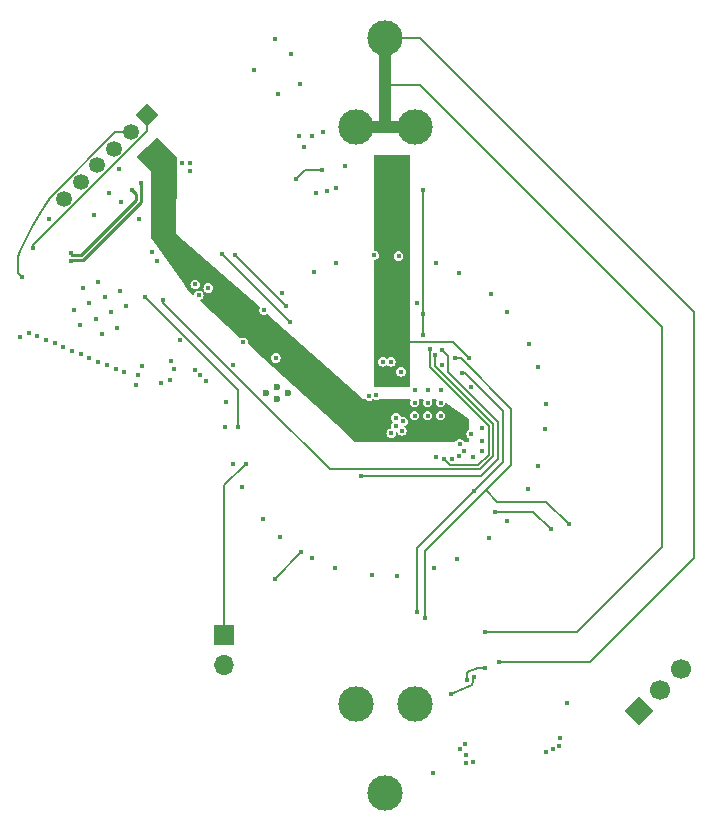
<source format=gbl>
%TF.GenerationSoftware,KiCad,Pcbnew,7.0.7*%
%TF.CreationDate,2023-09-11T21:54:18+02:00*%
%TF.ProjectId,blinkekatze,626c696e-6b65-46b6-9174-7a652e6b6963,rev?*%
%TF.SameCoordinates,Original*%
%TF.FileFunction,Copper,L4,Bot*%
%TF.FilePolarity,Positive*%
%FSLAX46Y46*%
G04 Gerber Fmt 4.6, Leading zero omitted, Abs format (unit mm)*
G04 Created by KiCad (PCBNEW 7.0.7) date 2023-09-11 21:54:18*
%MOMM*%
%LPD*%
G01*
G04 APERTURE LIST*
G04 Aperture macros list*
%AMHorizOval*
0 Thick line with rounded ends*
0 $1 width*
0 $2 $3 position (X,Y) of the first rounded end (center of the circle)*
0 $4 $5 position (X,Y) of the second rounded end (center of the circle)*
0 Add line between two ends*
20,1,$1,$2,$3,$4,$5,0*
0 Add two circle primitives to create the rounded ends*
1,1,$1,$2,$3*
1,1,$1,$4,$5*%
%AMRotRect*
0 Rectangle, with rotation*
0 The origin of the aperture is its center*
0 $1 length*
0 $2 width*
0 $3 Rotation angle, in degrees counterclockwise*
0 Add horizontal line*
21,1,$1,$2,0,0,$3*%
G04 Aperture macros list end*
%TA.AperFunction,ComponentPad*%
%ADD10RotRect,1.700000X1.700000X135.000000*%
%TD*%
%TA.AperFunction,ComponentPad*%
%ADD11HorizOval,1.700000X0.000000X0.000000X0.000000X0.000000X0*%
%TD*%
%TA.AperFunction,ComponentPad*%
%ADD12RotRect,1.350000X1.350000X315.000000*%
%TD*%
%TA.AperFunction,ComponentPad*%
%ADD13HorizOval,1.350000X0.000000X0.000000X0.000000X0.000000X0*%
%TD*%
%TA.AperFunction,ComponentPad*%
%ADD14R,1.700000X1.700000*%
%TD*%
%TA.AperFunction,ComponentPad*%
%ADD15O,1.700000X1.700000*%
%TD*%
%TA.AperFunction,ComponentPad*%
%ADD16C,0.600000*%
%TD*%
%TA.AperFunction,ComponentPad*%
%ADD17C,3.000000*%
%TD*%
%TA.AperFunction,ViaPad*%
%ADD18C,0.450000*%
%TD*%
%TA.AperFunction,Conductor*%
%ADD19C,0.127000*%
%TD*%
%TA.AperFunction,Conductor*%
%ADD20C,0.280000*%
%TD*%
%TA.AperFunction,Conductor*%
%ADD21C,1.000000*%
%TD*%
G04 APERTURE END LIST*
D10*
%TO.P,J3,1,Pin_1*%
%TO.N,GND*%
X121477498Y-125054902D03*
D11*
%TO.P,J3,2,Pin_2*%
%TO.N,/Battery/SCL*%
X123273549Y-123258851D03*
%TO.P,J3,3,Pin_3*%
%TO.N,/Battery/SDA*%
X125069600Y-121462800D03*
%TD*%
D12*
%TO.P,J2,1,Pin_1*%
%TO.N,/Logic/LED1*%
X79848427Y-74571573D03*
D13*
%TO.P,J2,2,Pin_2*%
%TO.N,/Logic/LED2*%
X78434213Y-75985787D03*
%TO.P,J2,3,Pin_3*%
%TO.N,VBUS*%
X77020000Y-77400000D03*
%TO.P,J2,4,Pin_4*%
%TO.N,/Logic/USB_D+*%
X75605786Y-78814214D03*
%TO.P,J2,5,Pin_5*%
%TO.N,/Logic/USB_D-*%
X74191573Y-80228427D03*
%TO.P,J2,6,Pin_6*%
%TO.N,GND*%
X72777359Y-81642641D03*
%TD*%
D14*
%TO.P,J1,1,Pin_1*%
%TO.N,/Charger/PWR_ON*%
X86350000Y-118575000D03*
D15*
%TO.P,J1,2,Pin_2*%
%TO.N,Net-(J1-Pin_2)*%
X86350000Y-121115000D03*
%TD*%
D16*
%TO.P,U9,11,PGND*%
%TO.N,GND*%
X90835000Y-98575000D03*
X89935000Y-98075000D03*
X91735000Y-98075000D03*
X90835000Y-97575000D03*
%TD*%
D17*
%TO.P,BTT2,1,1*%
%TO.N,GND1*%
X102500000Y-124400000D03*
X97500000Y-124400000D03*
X100000000Y-132000000D03*
%TD*%
%TO.P,BTT1,1,1*%
%TO.N,+BATT*%
X97500000Y-75600000D03*
X102500000Y-75600000D03*
X100000000Y-68000000D03*
%TD*%
D18*
%TO.N,/Battery/SCL*%
X109270800Y-108153200D03*
X113995200Y-109626400D03*
X107508800Y-106391200D03*
%TO.N,/Battery/SDA*%
X103350000Y-117150000D03*
%TO.N,/Battery/SCL*%
X102666800Y-116636800D03*
%TO.N,/Battery/SDA*%
X115570000Y-109220000D03*
%TO.N,GND1*%
X106350000Y-128250000D03*
X108400000Y-121400000D03*
X106750000Y-127850000D03*
X107400000Y-129350000D03*
X104000000Y-130250000D03*
X106900000Y-122350000D03*
X106850000Y-128700000D03*
X106850000Y-129400000D03*
%TO.N,GND*%
X113576294Y-128456774D03*
X102475000Y-97800000D03*
X102475000Y-100000000D03*
X71275000Y-93575000D03*
X77900000Y-96350000D03*
X115350000Y-124350000D03*
X82750000Y-78650000D03*
X102475000Y-98900000D03*
X74225000Y-94800000D03*
X112162237Y-93918882D03*
X95700000Y-112900000D03*
X100900000Y-100900000D03*
X104675000Y-100000000D03*
X110272507Y-108909298D03*
X81750000Y-96975000D03*
X78050000Y-90725000D03*
X93918882Y-87837763D03*
X108200000Y-102175000D03*
X114676294Y-128006774D03*
X103575000Y-98900000D03*
X112900000Y-104300000D03*
X89727493Y-91090702D03*
X76225000Y-89975000D03*
X104300000Y-87100000D03*
X99036066Y-86436415D03*
X99225000Y-98300000D03*
X92000000Y-69400000D03*
X108200000Y-101050000D03*
X104675000Y-97800000D03*
X95100000Y-80950000D03*
X103575000Y-100000000D03*
X77438249Y-79150000D03*
X98625000Y-98350000D03*
X96600000Y-78850000D03*
X80700000Y-86900000D03*
X79100000Y-96550000D03*
X83450000Y-78650000D03*
X114176294Y-128256774D03*
X107225000Y-97600000D03*
X72750000Y-94200000D03*
X79400000Y-95825000D03*
X73500000Y-94500000D03*
X102650000Y-90450000D03*
X76750000Y-91250000D03*
X114800000Y-127300000D03*
X75475000Y-91800000D03*
X83450000Y-79300000D03*
X90650000Y-68150000D03*
X70525000Y-93275000D03*
X78875000Y-97425000D03*
X76425000Y-95750000D03*
X100963934Y-113563585D03*
X69800000Y-92975000D03*
X77600000Y-81950000D03*
X87837763Y-106081118D03*
X104275000Y-103500000D03*
X72000000Y-93900000D03*
X101400000Y-101300000D03*
X108909298Y-89727493D03*
X94700000Y-76000000D03*
X86436415Y-100963934D03*
X94100000Y-81150000D03*
X69050000Y-93375000D03*
X100500000Y-101500000D03*
X90725000Y-95125000D03*
X106081118Y-112162237D03*
X71550000Y-83350000D03*
X103575000Y-97800000D03*
X107425000Y-103550000D03*
X100900000Y-100200000D03*
X75675000Y-88675000D03*
X74375000Y-89200000D03*
X77500000Y-89450000D03*
X101325000Y-96300000D03*
X90900000Y-72750000D03*
X74150000Y-92350000D03*
X77175000Y-96050000D03*
X100462498Y-95450000D03*
X108193749Y-103000000D03*
X101500000Y-100500000D03*
X99787498Y-95450000D03*
X74925000Y-90500000D03*
X113563585Y-99036066D03*
X104825000Y-95750000D03*
X104675000Y-98900000D03*
X107275000Y-101550000D03*
X91090702Y-110272507D03*
X77275000Y-92550000D03*
X88900000Y-70750000D03*
X82600000Y-93600000D03*
X106637498Y-102975000D03*
X92700000Y-76350000D03*
X81025000Y-97225000D03*
X83900000Y-88900000D03*
X75700000Y-95425000D03*
X76000000Y-93100000D03*
X73625000Y-91050000D03*
X74950000Y-95125000D03*
X87100000Y-95700000D03*
%TO.N,+3V3*%
X81825000Y-95350000D03*
X92800000Y-71950000D03*
X80250000Y-86150000D03*
X103150000Y-91400000D03*
X93800000Y-76350000D03*
X84775000Y-97050000D03*
X83900000Y-96175000D03*
X103150000Y-93200000D03*
X85000000Y-89200000D03*
X103150000Y-80900000D03*
X84325000Y-96600000D03*
X76600000Y-81200000D03*
X79150000Y-83400000D03*
X93150000Y-77250000D03*
X95850000Y-80750000D03*
X84200000Y-89800000D03*
X75350000Y-83000000D03*
X82125000Y-96075000D03*
%TO.N,Net-(U8-REGN)*%
X103750000Y-94325000D03*
X104975000Y-103650000D03*
%TO.N,Net-(U2-VCC)*%
X107500000Y-122100000D03*
X105550000Y-123600000D03*
%TO.N,/Logic/USB_D-*%
X73350000Y-86260000D03*
X78538249Y-80900000D03*
%TO.N,/Logic/USB_D+*%
X79288249Y-80300000D03*
X73350000Y-86930000D03*
%TO.N,/Charger/VLED*%
X101116718Y-86494614D03*
X98883282Y-113505386D03*
X93800000Y-112050000D03*
X108760111Y-110339388D03*
X106200000Y-87950000D03*
X113505386Y-101116718D03*
X95863425Y-87095301D03*
X105650000Y-103700000D03*
X89660612Y-108760111D03*
X86494614Y-98883282D03*
X87095301Y-104136575D03*
X106225000Y-103450000D03*
X104136575Y-112904699D03*
X87950000Y-93800000D03*
X91239889Y-89660612D03*
X110339388Y-91239889D03*
X112050000Y-106200000D03*
X112904699Y-95863425D03*
X106293749Y-102400000D03*
%TO.N,VBUS*%
X106050000Y-101475000D03*
X81188249Y-78500000D03*
X106650000Y-101650000D03*
X79445952Y-78142297D03*
X79945952Y-78642297D03*
X81672331Y-77900000D03*
X105925000Y-100675000D03*
X105300000Y-100700000D03*
%TO.N,/VBAT*%
X100750000Y-97100000D03*
X101000000Y-80200000D03*
X92900000Y-111550000D03*
X101000000Y-79500000D03*
X100100000Y-80600000D03*
X90650000Y-113800000D03*
X101600000Y-97000000D03*
X101000000Y-78800000D03*
X107050000Y-95100000D03*
X99450000Y-97100000D03*
X100100000Y-78300000D03*
X100125000Y-97025000D03*
%TO.N,/Charger/PWR_ON*%
X97950000Y-105100000D03*
X104800000Y-94450000D03*
X88175000Y-104075000D03*
%TO.N,Net-(U1-IO10)*%
X87500000Y-101000000D03*
X79650000Y-89950000D03*
%TO.N,+BATT*%
X109650000Y-120900000D03*
X108450000Y-118300000D03*
%TO.N,/Logic/LED2*%
X69200000Y-88300000D03*
%TO.N,/Logic/LED1*%
X70200000Y-85850000D03*
%TO.N,/Battery/SDA*%
X105900000Y-95150000D03*
X91900000Y-92050000D03*
X94650000Y-79250000D03*
X92450000Y-80000000D03*
X86150000Y-86300000D03*
%TO.N,/Battery/SCL*%
X91600000Y-90750000D03*
X87275000Y-86425000D03*
X106500000Y-96400000D03*
%TO.N,/Charger/~{CHARGE_ENABLE}*%
X81200000Y-90200000D03*
X104225000Y-94912500D03*
%TD*%
D19*
%TO.N,/Battery/SDA*%
X110642400Y-104190800D02*
X108508800Y-106324400D01*
X108508800Y-106324400D02*
X103350000Y-111483200D01*
X115570000Y-109220000D02*
X113639600Y-107289600D01*
X113639600Y-107289600D02*
X109474000Y-107289600D01*
X109474000Y-107289600D02*
X108508800Y-106324400D01*
%TO.N,/Battery/SCL*%
X107508800Y-106391200D02*
X110000000Y-103900000D01*
X112522000Y-108153200D02*
X109270800Y-108153200D01*
X102666800Y-111233200D02*
X107508800Y-106391200D01*
X113995200Y-109626400D02*
X112522000Y-108153200D01*
%TO.N,/Battery/SDA*%
X103350000Y-111483200D02*
X103350000Y-117150000D01*
%TO.N,/Battery/SCL*%
X102666800Y-116636800D02*
X102666800Y-111233200D01*
X110000000Y-103900000D02*
X110000000Y-99650000D01*
X110000000Y-99650000D02*
X106750000Y-96400000D01*
X106750000Y-96400000D02*
X106500000Y-96400000D01*
%TO.N,/Battery/SDA*%
X105900000Y-95150000D02*
X106376800Y-95150000D01*
X106376800Y-95150000D02*
X110642400Y-99415600D01*
X110642400Y-99415600D02*
X110642400Y-104190800D01*
%TO.N,GND1*%
X106900000Y-121750000D02*
X107850000Y-121400000D01*
X106900000Y-122350000D02*
X106900000Y-121750000D01*
X107850000Y-121400000D02*
X108400000Y-121400000D01*
%TO.N,+3V3*%
X103150000Y-91400000D02*
X103150000Y-93200000D01*
X103150000Y-91400000D02*
X103150000Y-80900000D01*
%TO.N,Net-(U8-REGN)*%
X104975000Y-103680488D02*
X105494512Y-104200000D01*
X108750000Y-100850000D02*
X103750000Y-95850000D01*
X108750000Y-103300000D02*
X108750000Y-100850000D01*
X104975000Y-103650000D02*
X104975000Y-103680488D01*
X105494512Y-104200000D02*
X107850000Y-104200000D01*
X103750000Y-94325000D02*
X103750000Y-95850000D01*
X107850000Y-104200000D02*
X108750000Y-103300000D01*
%TO.N,Net-(U2-VCC)*%
X105550000Y-123600000D02*
X107350000Y-122850000D01*
X107350000Y-122850000D02*
X107500000Y-122100000D01*
D20*
%TO.N,/Logic/USB_D-*%
X73435000Y-86396500D02*
X73350000Y-86311500D01*
X78538249Y-80900000D02*
X78881249Y-81243000D01*
X77393000Y-83269206D02*
X74265706Y-86396500D01*
X77393000Y-83257455D02*
X78881249Y-81769206D01*
X78881249Y-81243000D02*
X78881249Y-81769206D01*
X77393000Y-83269206D02*
X77393000Y-83257455D01*
X74265706Y-86396500D02*
X73435000Y-86396500D01*
%TO.N,/Logic/USB_D+*%
X79288249Y-81949545D02*
X79288249Y-80300000D01*
X73435000Y-86803500D02*
X74434294Y-86803500D01*
X74434294Y-86803500D02*
X79288249Y-81949545D01*
X73350000Y-86888500D02*
X73435000Y-86803500D01*
D19*
%TO.N,/VBAT*%
X101700000Y-93800000D02*
X105750000Y-93800000D01*
X105750000Y-93800000D02*
X107050000Y-95100000D01*
X90650000Y-113800000D02*
X92900000Y-111550000D01*
%TO.N,/Charger/PWR_ON*%
X97950000Y-105100000D02*
X108100000Y-105100000D01*
X109500000Y-103700000D02*
X109500000Y-100550000D01*
X108100000Y-105100000D02*
X109500000Y-103700000D01*
X109500000Y-100550000D02*
X105300000Y-96350000D01*
X86350000Y-105900000D02*
X88175000Y-104075000D01*
X105300000Y-96350000D02*
X105300000Y-94950000D01*
X86350000Y-118575000D02*
X86350000Y-105900000D01*
X105300000Y-94950000D02*
X104800000Y-94450000D01*
%TO.N,Net-(U1-IO10)*%
X87500000Y-101000000D02*
X87500000Y-97800000D01*
X87500000Y-97800000D02*
X79650000Y-89950000D01*
D21*
%TO.N,+BATT*%
X102500000Y-75600000D02*
X100000000Y-75600000D01*
X100000000Y-68000000D02*
X100000000Y-72000000D01*
D19*
X102900000Y-68000000D02*
X100000000Y-68000000D01*
D21*
X100000000Y-75600000D02*
X97300000Y-75600000D01*
D19*
X123450000Y-111100000D02*
X123450000Y-92500000D01*
X116250000Y-118300000D02*
X123450000Y-111100000D01*
X109650000Y-120900000D02*
X117350000Y-120900000D01*
X123450000Y-92500000D02*
X102950000Y-72000000D01*
X126150000Y-112100000D02*
X126150000Y-91250000D01*
D21*
X100000000Y-72000000D02*
X100000000Y-75600000D01*
D19*
X102950000Y-72000000D02*
X100000000Y-72000000D01*
X108450000Y-118300000D02*
X116250000Y-118300000D01*
X117350000Y-120900000D02*
X126150000Y-112100000D01*
X126150000Y-91250000D02*
X102900000Y-68000000D01*
%TO.N,/Logic/LED2*%
X68873117Y-87973117D02*
X68873117Y-86604708D01*
X77142807Y-75983544D02*
X78462807Y-75983544D01*
X68873117Y-86604708D02*
X69101699Y-86073415D01*
X70108113Y-84025549D02*
X70662420Y-83028187D01*
X69200000Y-88300000D02*
X68873117Y-87973117D01*
X71250000Y-82050000D02*
X71568898Y-81557453D01*
X71568898Y-81557453D02*
X77142807Y-75983544D01*
X70662420Y-83028187D02*
X71250000Y-82050000D01*
X69587678Y-85041004D02*
X70108113Y-84025549D01*
X69101699Y-86073415D02*
X69587678Y-85041004D01*
%TO.N,/Logic/LED1*%
X70200000Y-85550000D02*
X70200000Y-85850000D01*
X79848427Y-75901573D02*
X70200000Y-85550000D01*
X79848427Y-74571573D02*
X79848427Y-75901573D01*
%TO.N,/Battery/SDA*%
X92450000Y-80000000D02*
X93200000Y-79250000D01*
X86150000Y-86300000D02*
X91900000Y-92050000D01*
X93200000Y-79250000D02*
X94650000Y-79250000D01*
%TO.N,/Battery/SCL*%
X91600000Y-90750000D02*
X87275000Y-86425000D01*
%TO.N,/Charger/~{CHARGE_ENABLE}*%
X89750000Y-99000000D02*
X89744512Y-99000000D01*
X104212500Y-95812500D02*
X109100000Y-100700000D01*
X95300000Y-104550000D02*
X89750000Y-99000000D01*
X81200000Y-90455488D02*
X81200000Y-90200000D01*
X109100000Y-100700000D02*
X109100000Y-103450000D01*
X108000000Y-104550000D02*
X95300000Y-104550000D01*
X109100000Y-103450000D02*
X108000000Y-104550000D01*
X89744512Y-99000000D02*
X81200000Y-90455488D01*
X104212500Y-94912500D02*
X104212500Y-95812500D01*
%TD*%
%TA.AperFunction,Conductor*%
%TO.N,VBUS*%
G36*
X80742249Y-76493529D02*
G01*
X82332152Y-78131611D01*
X82349801Y-78175625D01*
X82346243Y-78634594D01*
X82345476Y-78643883D01*
X82344508Y-78649997D01*
X82344508Y-78649998D01*
X82345241Y-78654628D01*
X82346008Y-78664886D01*
X82299999Y-84600001D01*
X89349811Y-90846668D01*
X89370748Y-90889678D01*
X89364050Y-90921820D01*
X89341849Y-90965393D01*
X89341847Y-90965397D01*
X89341846Y-90965398D01*
X89341847Y-90965398D01*
X89322001Y-91090702D01*
X89329119Y-91135646D01*
X89341847Y-91216006D01*
X89341847Y-91216007D01*
X89370344Y-91271935D01*
X89399443Y-91329044D01*
X89489151Y-91418752D01*
X89602189Y-91476348D01*
X89727493Y-91496194D01*
X89852797Y-91476348D01*
X89946692Y-91428505D01*
X89994377Y-91424753D01*
X90016511Y-91437414D01*
X98100000Y-98600000D01*
X98282720Y-98600000D01*
X98326914Y-98618306D01*
X98386658Y-98678050D01*
X98499696Y-98735646D01*
X98625000Y-98755492D01*
X98750304Y-98735646D01*
X98863342Y-98678050D01*
X98906450Y-98634941D01*
X98950641Y-98616637D01*
X98981795Y-98626760D01*
X98982276Y-98625817D01*
X98986657Y-98628049D01*
X98986658Y-98628050D01*
X99099696Y-98685646D01*
X99225000Y-98705492D01*
X99350304Y-98685646D01*
X99463342Y-98628050D01*
X99473086Y-98618306D01*
X99517280Y-98600000D01*
X102076375Y-98600000D01*
X102120569Y-98618306D01*
X102138875Y-98662500D01*
X102132063Y-98690874D01*
X102089355Y-98774691D01*
X102089354Y-98774695D01*
X102069508Y-98900000D01*
X102089354Y-99025304D01*
X102089354Y-99025305D01*
X102133584Y-99112110D01*
X102146950Y-99138342D01*
X102236658Y-99228050D01*
X102349696Y-99285646D01*
X102475000Y-99305492D01*
X102600304Y-99285646D01*
X102713342Y-99228050D01*
X102803050Y-99138342D01*
X102860646Y-99025304D01*
X102880492Y-98900000D01*
X102860646Y-98774696D01*
X102860644Y-98774693D01*
X102860644Y-98774691D01*
X102817937Y-98690874D01*
X102814184Y-98643186D01*
X102845251Y-98606812D01*
X102873625Y-98600000D01*
X103176375Y-98600000D01*
X103220569Y-98618306D01*
X103238875Y-98662500D01*
X103232063Y-98690874D01*
X103189355Y-98774691D01*
X103189354Y-98774695D01*
X103169508Y-98900000D01*
X103189354Y-99025304D01*
X103189354Y-99025305D01*
X103233584Y-99112110D01*
X103246950Y-99138342D01*
X103336658Y-99228050D01*
X103449696Y-99285646D01*
X103575000Y-99305492D01*
X103700304Y-99285646D01*
X103813342Y-99228050D01*
X103903050Y-99138342D01*
X103960646Y-99025304D01*
X103980492Y-98900000D01*
X103960646Y-98774696D01*
X103960644Y-98774693D01*
X103960644Y-98774691D01*
X103917937Y-98690874D01*
X103914184Y-98643186D01*
X103945251Y-98606812D01*
X103973625Y-98600000D01*
X104276375Y-98600000D01*
X104320569Y-98618306D01*
X104338875Y-98662500D01*
X104332063Y-98690874D01*
X104289355Y-98774691D01*
X104289354Y-98774695D01*
X104269508Y-98900000D01*
X104289354Y-99025304D01*
X104289354Y-99025305D01*
X104333584Y-99112110D01*
X104346950Y-99138342D01*
X104436658Y-99228050D01*
X104549696Y-99285646D01*
X104675000Y-99305492D01*
X104800304Y-99285646D01*
X104913342Y-99228050D01*
X105003050Y-99138342D01*
X105060646Y-99025304D01*
X105069092Y-98971977D01*
X105094085Y-98931193D01*
X105140599Y-98920025D01*
X105166945Y-98930752D01*
X107073626Y-100281318D01*
X107099109Y-100321801D01*
X107100000Y-100332320D01*
X107100000Y-101151375D01*
X107081694Y-101195569D01*
X107065875Y-101207063D01*
X107036657Y-101221950D01*
X106946950Y-101311657D01*
X106889354Y-101424694D01*
X106889354Y-101424695D01*
X106869508Y-101549999D01*
X106889354Y-101675304D01*
X106889354Y-101675305D01*
X106946949Y-101788341D01*
X106946950Y-101788342D01*
X107036658Y-101878050D01*
X107065874Y-101892936D01*
X107096941Y-101929310D01*
X107100000Y-101948624D01*
X107100000Y-102137500D01*
X107081694Y-102181694D01*
X107037500Y-102200000D01*
X106679635Y-102200000D01*
X106635441Y-102181694D01*
X106623946Y-102165872D01*
X106621799Y-102161658D01*
X106532091Y-102071950D01*
X106419053Y-102014354D01*
X106293749Y-101994508D01*
X106168444Y-102014354D01*
X106168443Y-102014354D01*
X106055406Y-102071950D01*
X105965698Y-102161658D01*
X105963552Y-102165872D01*
X105927179Y-102196940D01*
X105907863Y-102200000D01*
X97424151Y-102200000D01*
X97382125Y-102183761D01*
X96629458Y-101500000D01*
X100094508Y-101500000D01*
X100114354Y-101625304D01*
X100114354Y-101625305D01*
X100155212Y-101705492D01*
X100171950Y-101738342D01*
X100261658Y-101828050D01*
X100374696Y-101885646D01*
X100500000Y-101905492D01*
X100625304Y-101885646D01*
X100738342Y-101828050D01*
X100828050Y-101738342D01*
X100885646Y-101625304D01*
X100905492Y-101500000D01*
X100905492Y-101499997D01*
X100905492Y-101499996D01*
X100900953Y-101471339D01*
X100912119Y-101424826D01*
X100952906Y-101399832D01*
X100999419Y-101410998D01*
X101018371Y-101433188D01*
X101052413Y-101500000D01*
X101071950Y-101538342D01*
X101161658Y-101628050D01*
X101274696Y-101685646D01*
X101400000Y-101705492D01*
X101525304Y-101685646D01*
X101638342Y-101628050D01*
X101728050Y-101538342D01*
X101785646Y-101425304D01*
X101805492Y-101300000D01*
X101785646Y-101174696D01*
X101728050Y-101061658D01*
X101638342Y-100971950D01*
X101637596Y-100971204D01*
X101619290Y-100927010D01*
X101637596Y-100882816D01*
X101653416Y-100871322D01*
X101703056Y-100846029D01*
X101738342Y-100828050D01*
X101828050Y-100738342D01*
X101885646Y-100625304D01*
X101905492Y-100500000D01*
X101885646Y-100374696D01*
X101828050Y-100261658D01*
X101738342Y-100171950D01*
X101625304Y-100114354D01*
X101500000Y-100094508D01*
X101374694Y-100114354D01*
X101374691Y-100114355D01*
X101374540Y-100114433D01*
X101374426Y-100114441D01*
X101370019Y-100115874D01*
X101369674Y-100114814D01*
X101326852Y-100118176D01*
X101290483Y-100087102D01*
X101286734Y-100078048D01*
X101285646Y-100074700D01*
X101285646Y-100074696D01*
X101247586Y-100000000D01*
X102069508Y-100000000D01*
X102089354Y-100125304D01*
X102089354Y-100125305D01*
X102103658Y-100153377D01*
X102146950Y-100238342D01*
X102236658Y-100328050D01*
X102349696Y-100385646D01*
X102475000Y-100405492D01*
X102600304Y-100385646D01*
X102713342Y-100328050D01*
X102803050Y-100238342D01*
X102860646Y-100125304D01*
X102880492Y-100000000D01*
X103169508Y-100000000D01*
X103189354Y-100125304D01*
X103189354Y-100125305D01*
X103203658Y-100153377D01*
X103246950Y-100238342D01*
X103336658Y-100328050D01*
X103449696Y-100385646D01*
X103575000Y-100405492D01*
X103700304Y-100385646D01*
X103813342Y-100328050D01*
X103903050Y-100238342D01*
X103960646Y-100125304D01*
X103980492Y-100000000D01*
X104269508Y-100000000D01*
X104289354Y-100125304D01*
X104289354Y-100125305D01*
X104303658Y-100153377D01*
X104346950Y-100238342D01*
X104436658Y-100328050D01*
X104549696Y-100385646D01*
X104675000Y-100405492D01*
X104800304Y-100385646D01*
X104913342Y-100328050D01*
X105003050Y-100238342D01*
X105060646Y-100125304D01*
X105080492Y-100000000D01*
X105060646Y-99874696D01*
X105003050Y-99761658D01*
X104913342Y-99671950D01*
X104800304Y-99614354D01*
X104675000Y-99594508D01*
X104674999Y-99594508D01*
X104549695Y-99614354D01*
X104549694Y-99614354D01*
X104436657Y-99671950D01*
X104346950Y-99761657D01*
X104289354Y-99874694D01*
X104289354Y-99874695D01*
X104269508Y-100000000D01*
X103980492Y-100000000D01*
X103960646Y-99874696D01*
X103903050Y-99761658D01*
X103813342Y-99671950D01*
X103700304Y-99614354D01*
X103575000Y-99594508D01*
X103449695Y-99614354D01*
X103449694Y-99614354D01*
X103336657Y-99671950D01*
X103246950Y-99761657D01*
X103189354Y-99874694D01*
X103189354Y-99874695D01*
X103169508Y-100000000D01*
X102880492Y-100000000D01*
X102860646Y-99874696D01*
X102803050Y-99761658D01*
X102713342Y-99671950D01*
X102600304Y-99614354D01*
X102475000Y-99594508D01*
X102474999Y-99594508D01*
X102349695Y-99614354D01*
X102349694Y-99614354D01*
X102236657Y-99671950D01*
X102146950Y-99761657D01*
X102089354Y-99874694D01*
X102089354Y-99874695D01*
X102069508Y-100000000D01*
X101247586Y-100000000D01*
X101228050Y-99961658D01*
X101138342Y-99871950D01*
X101025304Y-99814354D01*
X100900000Y-99794508D01*
X100774695Y-99814354D01*
X100774694Y-99814354D01*
X100661657Y-99871950D01*
X100571950Y-99961657D01*
X100514354Y-100074694D01*
X100514354Y-100074695D01*
X100494508Y-100200000D01*
X100514354Y-100325304D01*
X100514354Y-100325305D01*
X100571950Y-100438342D01*
X100639414Y-100505806D01*
X100657720Y-100550000D01*
X100639414Y-100594194D01*
X100571950Y-100661657D01*
X100514354Y-100774694D01*
X100514354Y-100774695D01*
X100494508Y-100900000D01*
X100514918Y-101028866D01*
X100503750Y-101075380D01*
X100462964Y-101100373D01*
X100374701Y-101114352D01*
X100374694Y-101114354D01*
X100261657Y-101171950D01*
X100171950Y-101261657D01*
X100114354Y-101374694D01*
X100114354Y-101374695D01*
X100094508Y-101500000D01*
X96629458Y-101500000D01*
X89612016Y-95124999D01*
X90319508Y-95124999D01*
X90339354Y-95250304D01*
X90339354Y-95250305D01*
X90390152Y-95350000D01*
X90396950Y-95363342D01*
X90486658Y-95453050D01*
X90599696Y-95510646D01*
X90725000Y-95530492D01*
X90850304Y-95510646D01*
X90963342Y-95453050D01*
X91053050Y-95363342D01*
X91110646Y-95250304D01*
X91130492Y-95125000D01*
X91110646Y-94999696D01*
X91053050Y-94886658D01*
X90963342Y-94796950D01*
X90850304Y-94739354D01*
X90725000Y-94719508D01*
X90724999Y-94719508D01*
X90599695Y-94739354D01*
X90599694Y-94739354D01*
X90486657Y-94796950D01*
X90396950Y-94886657D01*
X90339354Y-94999694D01*
X90339354Y-94999695D01*
X90319508Y-95124999D01*
X89612016Y-95124999D01*
X88355068Y-93983124D01*
X88334666Y-93939858D01*
X88335363Y-93927086D01*
X88335644Y-93925306D01*
X88335646Y-93925304D01*
X88355492Y-93800000D01*
X88335646Y-93674696D01*
X88278050Y-93561658D01*
X88188342Y-93471950D01*
X88075304Y-93414354D01*
X87950000Y-93394508D01*
X87824695Y-93414354D01*
X87801827Y-93426006D01*
X87754139Y-93429757D01*
X87731428Y-93416578D01*
X84293664Y-90293540D01*
X84273262Y-90250274D01*
X84289429Y-90205253D01*
X84320970Y-90188222D01*
X84320627Y-90187165D01*
X84325299Y-90185646D01*
X84325304Y-90185646D01*
X84438342Y-90128050D01*
X84528050Y-90038342D01*
X84585646Y-89925304D01*
X84605492Y-89800000D01*
X84585646Y-89674696D01*
X84528050Y-89561658D01*
X84438342Y-89471950D01*
X84325304Y-89414354D01*
X84200000Y-89394508D01*
X84074695Y-89414354D01*
X84074694Y-89414354D01*
X83961657Y-89471950D01*
X83871950Y-89561657D01*
X83814354Y-89674694D01*
X83814352Y-89674701D01*
X83807060Y-89720743D01*
X83782066Y-89761529D01*
X83735552Y-89772695D01*
X83703304Y-89757226D01*
X83304032Y-89394508D01*
X83205072Y-89304608D01*
X83196046Y-89294398D01*
X82917647Y-88900000D01*
X83494508Y-88900000D01*
X83514354Y-89025304D01*
X83514354Y-89025305D01*
X83571949Y-89138342D01*
X83571950Y-89138342D01*
X83661658Y-89228050D01*
X83774696Y-89285646D01*
X83900000Y-89305492D01*
X84025304Y-89285646D01*
X84138342Y-89228050D01*
X84166392Y-89200000D01*
X84594508Y-89200000D01*
X84614354Y-89325304D01*
X84614354Y-89325305D01*
X84618052Y-89332562D01*
X84671950Y-89438342D01*
X84761658Y-89528050D01*
X84874696Y-89585646D01*
X85000000Y-89605492D01*
X85125304Y-89585646D01*
X85238342Y-89528050D01*
X85328050Y-89438342D01*
X85385646Y-89325304D01*
X85405492Y-89200000D01*
X85385646Y-89074696D01*
X85328050Y-88961658D01*
X85238342Y-88871950D01*
X85125304Y-88814354D01*
X85000000Y-88794508D01*
X84874695Y-88814354D01*
X84874694Y-88814354D01*
X84761657Y-88871950D01*
X84671950Y-88961657D01*
X84614354Y-89074694D01*
X84614354Y-89074695D01*
X84594508Y-89200000D01*
X84166392Y-89200000D01*
X84228050Y-89138342D01*
X84285646Y-89025304D01*
X84305492Y-88900000D01*
X84285646Y-88774696D01*
X84228050Y-88661658D01*
X84138342Y-88571950D01*
X84025304Y-88514354D01*
X83900000Y-88494508D01*
X83774695Y-88514354D01*
X83774694Y-88514354D01*
X83661657Y-88571950D01*
X83571950Y-88661657D01*
X83514354Y-88774694D01*
X83514354Y-88774695D01*
X83494508Y-88900000D01*
X82917647Y-88900000D01*
X80211440Y-85066206D01*
X80200000Y-85030163D01*
X80200000Y-79350001D01*
X80199999Y-79349999D01*
X78994421Y-78096198D01*
X78976986Y-78051655D01*
X78996155Y-78007828D01*
X78997301Y-78006753D01*
X80655230Y-76490932D01*
X80700197Y-76474623D01*
X80742249Y-76493529D01*
G37*
%TD.AperFunction*%
%TD*%
%TA.AperFunction,Conductor*%
%TO.N,/VBAT*%
G36*
X102081694Y-77918306D02*
G01*
X102100000Y-77962500D01*
X102100000Y-97537500D01*
X102081694Y-97581694D01*
X102037500Y-97600000D01*
X99062500Y-97600000D01*
X99018306Y-97581694D01*
X99000000Y-97537500D01*
X99000000Y-96300000D01*
X100919508Y-96300000D01*
X100939354Y-96425304D01*
X100939354Y-96425305D01*
X100996949Y-96538342D01*
X100996950Y-96538342D01*
X101086658Y-96628050D01*
X101199696Y-96685646D01*
X101325000Y-96705492D01*
X101450304Y-96685646D01*
X101563342Y-96628050D01*
X101653050Y-96538342D01*
X101710646Y-96425304D01*
X101730492Y-96300000D01*
X101710646Y-96174696D01*
X101653050Y-96061658D01*
X101563342Y-95971950D01*
X101450304Y-95914354D01*
X101325000Y-95894508D01*
X101199695Y-95914354D01*
X101199694Y-95914354D01*
X101086657Y-95971950D01*
X100996950Y-96061657D01*
X100939354Y-96174694D01*
X100939354Y-96174695D01*
X100919508Y-96300000D01*
X99000000Y-96300000D01*
X99000000Y-95450000D01*
X99382006Y-95450000D01*
X99401852Y-95575304D01*
X99401852Y-95575305D01*
X99449998Y-95669795D01*
X99459448Y-95688342D01*
X99549156Y-95778050D01*
X99662194Y-95835646D01*
X99787498Y-95855492D01*
X99912802Y-95835646D01*
X100025840Y-95778050D01*
X100080803Y-95723086D01*
X100124998Y-95704780D01*
X100169192Y-95723086D01*
X100224156Y-95778050D01*
X100337194Y-95835646D01*
X100462498Y-95855492D01*
X100587802Y-95835646D01*
X100700840Y-95778050D01*
X100790548Y-95688342D01*
X100848144Y-95575304D01*
X100867990Y-95450000D01*
X100848144Y-95324696D01*
X100790548Y-95211658D01*
X100700840Y-95121950D01*
X100587802Y-95064354D01*
X100462498Y-95044508D01*
X100462497Y-95044508D01*
X100337193Y-95064354D01*
X100337192Y-95064354D01*
X100224155Y-95121950D01*
X100169192Y-95176914D01*
X100124998Y-95195220D01*
X100080804Y-95176914D01*
X100025840Y-95121950D01*
X99912802Y-95064354D01*
X99787498Y-95044508D01*
X99662193Y-95064354D01*
X99662192Y-95064354D01*
X99549155Y-95121950D01*
X99459448Y-95211657D01*
X99401852Y-95324694D01*
X99401852Y-95324695D01*
X99382006Y-95450000D01*
X99000000Y-95450000D01*
X99000000Y-86900999D01*
X99018306Y-86856805D01*
X99052720Y-86839269D01*
X99161370Y-86822061D01*
X99274408Y-86764465D01*
X99364116Y-86674757D01*
X99421712Y-86561719D01*
X99432340Y-86494614D01*
X100711226Y-86494614D01*
X100731072Y-86619918D01*
X100731072Y-86619919D01*
X100759014Y-86674757D01*
X100788668Y-86732956D01*
X100878376Y-86822664D01*
X100991414Y-86880260D01*
X101116718Y-86900106D01*
X101242022Y-86880260D01*
X101355060Y-86822664D01*
X101444768Y-86732956D01*
X101502364Y-86619918D01*
X101522210Y-86494614D01*
X101502364Y-86369310D01*
X101444768Y-86256272D01*
X101355060Y-86166564D01*
X101242022Y-86108968D01*
X101116718Y-86089122D01*
X101116717Y-86089122D01*
X100991413Y-86108968D01*
X100991412Y-86108968D01*
X100878375Y-86166564D01*
X100788668Y-86256271D01*
X100731072Y-86369308D01*
X100731072Y-86369309D01*
X100711226Y-86494614D01*
X99432340Y-86494614D01*
X99441558Y-86436415D01*
X99421712Y-86311111D01*
X99364116Y-86198073D01*
X99274408Y-86108365D01*
X99236642Y-86089122D01*
X99161371Y-86050769D01*
X99161364Y-86050767D01*
X99052723Y-86033560D01*
X99011936Y-86008566D01*
X99000000Y-85971830D01*
X99000000Y-77962500D01*
X99018306Y-77918306D01*
X99062500Y-77900000D01*
X102037500Y-77900000D01*
X102081694Y-77918306D01*
G37*
%TD.AperFunction*%
%TD*%
M02*

</source>
